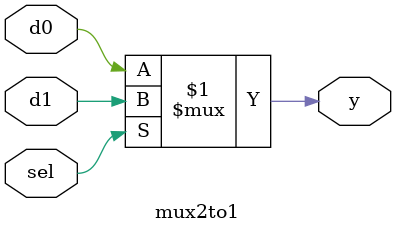
<source format=v>
module mux2to1(output y, input d0, d1, sel);
    assign y = sel ? d1 : d0;  // sel=0 -> d0, sel=1 -> d1
endmodule

</source>
